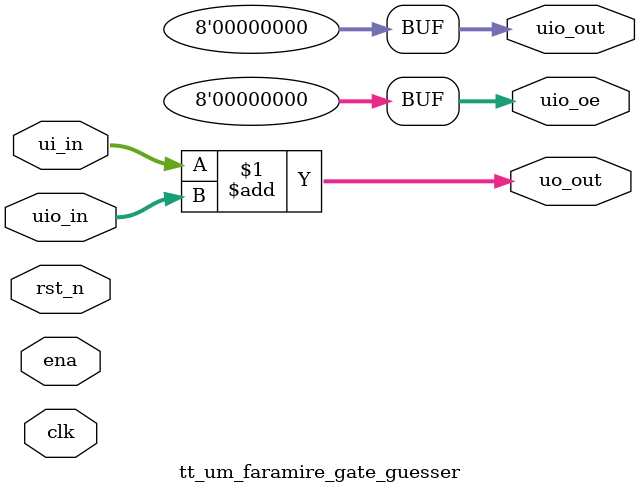
<source format=v>
/*
 * Copyright (c) 2024 Fabio Ramirez Stern
 * SPDX-License-Identifier: Apache-2.0
 */

`define default_netname none

module tt_um_faramire_gate_guesser (
    input  wire [7:0] ui_in,    // Dedicated inputs
    output wire [7:0] uo_out,   // Dedicated outputs
    input  wire [7:0] uio_in,   // IOs: Input path
    output wire [7:0] uio_out,  // IOs: Output path
    output wire [7:0] uio_oe,   // IOs: Enable path (active high: 0=input, 1=output)
    input  wire       ena,      // will go high when the design is enabled
    input  wire       clk,      // clock
    input  wire       rst_n     // reset_n - low to reset
);

  // All output pins must be assigned. If not used, assign to 0.
  assign uo_out  = ui_in + uio_in;  // Example: ou_out is the sum of ui_in and uio_in
  assign uio_out = 0;
  assign uio_oe  = 0;

endmodule

</source>
